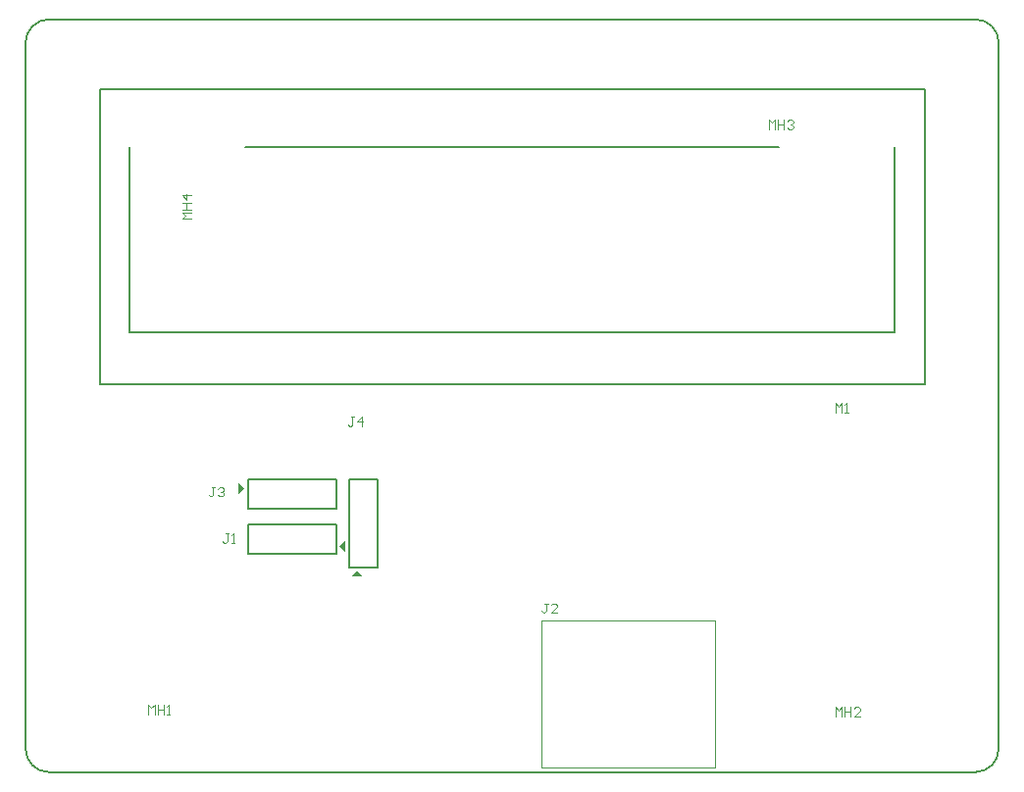
<source format=gto>
G04 Layer_Color=65535*
%FSAX44Y44*%
%MOMM*%
G71*
G01*
G75*
%ADD10C,0.2000*%
%ADD38C,0.1000*%
G36*
X00291000Y00168600D02*
X00281000D01*
X00286000Y00173600D01*
X00291000Y00168600D01*
D02*
G37*
G36*
X00276000Y00190500D02*
X00271000Y00195500D01*
X00276000Y00200500D01*
Y00190500D01*
D02*
G37*
G36*
X00189000Y00245500D02*
X00184000Y00240500D01*
Y00250500D01*
X00189000Y00245500D01*
D02*
G37*
D10*
X00020000Y00000000D02*
X00820000Y00000000D01*
D02*
G03*
X00840000Y00020000I00000000J00020000D01*
G01*
Y00630000D01*
X00840000D02*
G03*
X00820000Y00650000I-00020000J-00000000D01*
G01*
X00020000D01*
D02*
G03*
X00000000Y00630000I00000000J-00020000D01*
G01*
Y00020000D01*
D02*
G03*
X00020000Y00000000I00020000J00000000D01*
G01*
X00192000Y00188500D02*
X00268000D01*
Y00213500D01*
X00192000D01*
Y00188500D01*
Y00227500D02*
X00268000D01*
Y00252500D01*
X00192000D01*
Y00227500D01*
X00279000Y00176600D02*
X00304000D01*
Y00252600D01*
X00279000D01*
Y00176600D01*
X00090000Y00380000D02*
X00750000D01*
Y00540000D01*
X00776000Y00590000D02*
X00064000D01*
Y00335000D01*
X00776000D01*
Y00590000D01*
X00650000Y00540000D02*
X00190000D01*
X00090000D02*
Y00380000D01*
D38*
X00124661Y00050000D02*
X00123328D01*
Y00057997D01*
X00121995Y00056665D01*
X00119329Y00057997D02*
Y00050000D01*
X00121995D02*
X00124661D01*
X00119329Y00057997D02*
Y00053999D01*
X00113997D01*
Y00050000D01*
Y00057997D01*
X00111332D02*
Y00050000D01*
X00106000D02*
Y00057997D01*
X00108666Y00055332D01*
X00111332Y00057997D01*
X00177997Y00198000D02*
X00180663D01*
X00179330D01*
Y00205998D01*
X00177997Y00204665D01*
X00175332Y00205998D02*
X00172666D01*
X00173999D01*
Y00199333D01*
X00172666Y00198000D01*
X00171333D01*
X00170000Y00199333D01*
X00169996Y00238000D02*
X00167330D01*
X00165998Y00239333D01*
X00161999D02*
X00160666Y00238000D01*
X00159333D01*
X00158000Y00239333D01*
X00161999D02*
Y00245998D01*
X00160666D01*
X00163332D01*
X00165998Y00244665D02*
X00167330Y00245998D01*
X00169996D01*
X00171329Y00244665D01*
Y00243332D01*
X00169996Y00241999D01*
X00168663D01*
X00169996D01*
X00171329Y00240666D01*
Y00239333D01*
X00169996Y00238000D01*
X00279630Y00298746D02*
X00278297Y00300079D01*
X00279630Y00298746D02*
X00280963D01*
X00282296Y00300079D01*
Y00306743D01*
X00280963D01*
X00283629D01*
X00286295Y00302744D02*
X00291626D01*
X00290293Y00306743D02*
X00286295Y00302744D01*
X00290293Y00306743D02*
Y00298746D01*
X00448230Y00145617D02*
X00449563D01*
Y00138953D01*
X00448230Y00137620D01*
X00446897D01*
X00445564Y00138953D01*
X00445000Y00131000D02*
X00595000D01*
Y00004000D01*
X00445000D01*
Y00131000D01*
X00453561Y00137620D02*
X00458893Y00142952D01*
Y00144284D01*
X00457560Y00145617D01*
X00454894D01*
X00453561Y00144284D01*
X00450896Y00145617D02*
X00448230D01*
X00453561Y00137620D02*
X00458893D01*
X00701666Y00053332D02*
X00704332Y00055997D01*
Y00048000D01*
X00706997D02*
Y00051999D01*
X00712329D01*
Y00055997D01*
Y00048000D01*
X00714995D02*
X00720327Y00053332D01*
Y00054665D01*
X00718994Y00055997D01*
X00716328D01*
X00714995Y00054665D01*
Y00048000D02*
X00720327D01*
X00706997Y00055997D02*
Y00048000D01*
X00699000D02*
Y00055997D01*
X00701666Y00053332D01*
X00708580Y00310500D02*
Y00318497D01*
X00707247Y00317164D01*
X00704582Y00318497D02*
Y00310500D01*
X00707247D02*
X00709913D01*
X00708580D01*
X00699250D02*
Y00318497D01*
X00701916Y00315832D01*
X00704582Y00318497D01*
X00661494Y00555250D02*
X00658828D01*
X00657495Y00556583D01*
Y00561914D02*
X00658828Y00563247D01*
X00661494D01*
X00662827Y00561914D01*
Y00560582D01*
X00661494Y00559249D01*
X00660161D01*
X00661494D01*
X00662827Y00557916D01*
Y00556583D01*
X00661494Y00555250D01*
X00654829Y00563247D02*
Y00555250D01*
Y00559249D02*
Y00563247D01*
X00649498D02*
Y00555250D01*
Y00559249D01*
X00654829D01*
X00644166Y00560582D02*
X00646832Y00563247D01*
Y00555250D01*
X00641500D02*
Y00563247D01*
X00644166Y00560582D01*
X00143000Y00497994D02*
X00135003D01*
X00139001Y00493995D01*
Y00499327D01*
Y00491329D02*
X00135003D01*
X00143000D01*
X00139001D02*
Y00485997D01*
X00143000D01*
X00135003D01*
Y00483332D02*
X00143000D01*
Y00478000D02*
X00135003D01*
X00137668Y00480666D01*
X00135003Y00483332D01*
M02*

</source>
